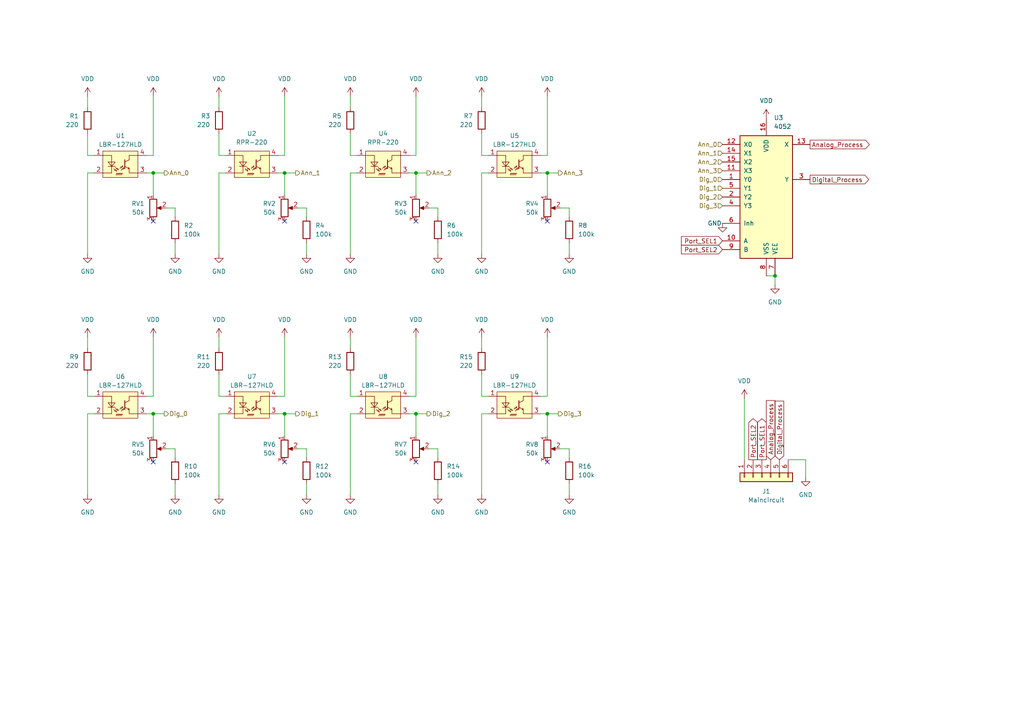
<source format=kicad_sch>
(kicad_sch (version 20230121) (generator eeschema)
  (paper "A4")
  (lib_symbols
    (symbol "4xxx:4052" (pin_names (offset 1.016))
      (property "Reference" "U" (at -7.62 19.05 0))
      (property "Value" "4052" (at -7.62 -19.05 0))
      (symbol "4052_1_0"
        (pin passive line (at -12.7 5.08 0) (length 5.08) (name "Y0") (number "1"))
        (pin input line (at -12.7 -12.7 0) (length 5.08) (name "A") (number "10"))
        (pin passive line (at -12.7 7.62 0) (length 5.08) (name "X3") (number "11"))
        (pin passive line (at -12.7 15.24 0) (length 5.08) (name "X0") (number "12"))
        (pin passive line (at 12.7 15.24 180) (length 5.08) (name "X") (number "13"))
        (pin passive line (at -12.7 12.7 0) (length 5.08) (name "X1") (number "14"))
        (pin passive line (at -12.7 10.16 0) (length 5.08) (name "X2") (number "15"))
        (pin power_in line (at 0 22.86 270) (length 5.08) (name "VDD") (number "16"))
        (pin passive line (at -12.7 0 0) (length 5.08) (name "Y2") (number "2"))
        (pin passive line (at 12.7 5.08 180) (length 5.08) (name "Y") (number "3"))
        (pin passive line (at -12.7 -2.54 0) (length 5.08) (name "Y3") (number "4"))
        (pin passive line (at -12.7 2.54 0) (length 5.08) (name "Y1") (number "5"))
        (pin input line (at -12.7 -7.62 0) (length 5.08) (name "Inh") (number "6"))
        (pin power_in line (at 2.54 -22.86 90) (length 5.08) (name "VEE") (number "7"))
        (pin power_in line (at 0 -22.86 90) (length 5.08) (name "VSS") (number "8"))
        (pin input line (at -12.7 -15.24 0) (length 5.08) (name "B") (number "9"))
      )
      (symbol "4052_1_1"
        (rectangle (start -7.62 17.78) (end 7.62 -17.78) (stroke (width 0.254)) (fill (type background)))
      )
    )
    (symbol "Connector_Generic:Conn_01x06" (pin_names (offset 1.016) hide)
      (property "Reference" "J" (at 0 7.62 0))
      (property "Value" "Conn_01x06" (at 0 -10.16 0))
      (symbol "Conn_01x06_1_1"
        (rectangle (start -1.27 -7.493) (end 0 -7.747) (stroke (width 0.1524)))
        (rectangle (start -1.27 -4.953) (end 0 -5.207) (stroke (width 0.1524)))
        (rectangle (start -1.27 -2.413) (end 0 -2.667) (stroke (width 0.1524)))
        (rectangle (start -1.27 0.127) (end 0 -0.127) (stroke (width 0.1524)))
        (rectangle (start -1.27 2.667) (end 0 2.413) (stroke (width 0.1524)))
        (rectangle (start -1.27 5.207) (end 0 4.953) (stroke (width 0.1524)))
        (rectangle (start -1.27 6.35) (end 1.27 -8.89) (stroke (width 0.254)) (fill (type background)))
        (pin passive line (at -5.08 5.08 0) (length 3.81) (name "Pin_1") (number "1"))
        (pin passive line (at -5.08 2.54 0) (length 3.81) (name "Pin_2") (number "2"))
        (pin passive line (at -5.08 0 0) (length 3.81) (name "Pin_3") (number "3"))
        (pin passive line (at -5.08 -2.54 0) (length 3.81) (name "Pin_4") (number "4"))
        (pin passive line (at -5.08 -5.08 0) (length 3.81) (name "Pin_5") (number "5"))
        (pin passive line (at -5.08 -7.62 0) (length 3.81) (name "Pin_6") (number "6"))
      )
    )
    (symbol "D4jikkenLibrary:LBR-127HLD"
      (property "Reference" "U" (at 0 5.715 0))
      (property "Value" "LBR-127HLD" (at 0 -6.35 0))
      (symbol "LBR-127HLD_1_1"
        (rectangle (start -5.08 3.81) (end 5.08 -3.81) (fill (type background)))
        (polyline (pts (xy -3.556 -0.635) (xy -1.524 -0.635)))
        (polyline (pts (xy -1.143 -2.667) (xy 0.635 -2.667)))
        (polyline (pts (xy -1.016 -2.667) (xy -1.27 -3.175)))
        (polyline (pts (xy -0.635 -2.667) (xy -0.889 -3.175)))
        (polyline (pts (xy -0.508 -3.175) (xy -0.254 -2.667)))
        (polyline (pts (xy 0.127 -2.667) (xy -0.127 -3.175)))
        (polyline (pts (xy 0.508 -2.667) (xy 0.254 -3.175)))
        (polyline (pts (xy 1.27 -0.635) (xy 2.54 -1.27)))
        (polyline (pts (xy 1.27 1.27) (xy 1.27 -1.27)) (stroke (width 0.25)))
        (polyline (pts (xy 2.54 1.27) (xy 1.27 0.635)))
        (polyline (pts (xy -5.08 -2.54) (xy -2.54 -2.54) (xy -2.54 -0.635)))
        (polyline (pts (xy -2.54 -0.635) (xy -2.54 2.54) (xy -5.08 2.54)))
        (polyline (pts (xy -1.397 -1.905) (xy -1.143 -2.032) (xy -1.143 -1.778)))
        (polyline (pts (xy -0.889 -1.524) (xy -0.635 -1.651) (xy -0.635 -1.397)))
        (polyline (pts (xy 0.381 -0.635) (xy 0.635 -0.508) (xy 0.635 -0.762)))
        (polyline (pts (xy 0.762 -1.143) (xy 1.016 -1.016) (xy 1.016 -1.27)))
        (polyline (pts (xy 2.413 -0.889) (xy 2.54 -1.27) (xy 2.159 -1.397)))
        (polyline (pts (xy 2.54 1.27) (xy 2.54 2.54) (xy 5.08 2.54)))
        (polyline (pts (xy 5.08 -2.54) (xy 2.54 -2.54) (xy 2.54 -1.27)))
        (polyline (pts (xy -3.556 0.635) (xy -1.524 0.635) (xy -2.54 -0.635) (xy -3.556 0.635)))
        (polyline (pts (xy -1.905 -1.27) (xy -1.651 -1.778) (xy -1.397 -1.524) (xy -1.143 -2.032)))
        (polyline (pts (xy -1.397 -0.889) (xy -1.143 -1.397) (xy -0.889 -1.143) (xy -0.635 -1.651)))
        (polyline (pts (xy -0.127 -1.27) (xy 0.127 -0.762) (xy 0.381 -1.016) (xy 0.635 -0.508)))
        (polyline (pts (xy 0.254 -1.778) (xy 0.508 -1.27) (xy 0.762 -1.524) (xy 1.016 -1.016)))
        (pin input line (at -7.62 2.54 0) (length 2.54) (name "") (number "1"))
        (pin input line (at -7.62 -2.54 0) (length 2.54) (name "") (number "2"))
        (pin input line (at 7.62 -2.54 180) (length 2.54) (name "") (number "3"))
        (pin input line (at 7.62 2.54 180) (length 2.54) (name "") (number "4"))
      )
    )
    (symbol "D4jikkenLibrary:RPR-220"
      (property "Reference" "U" (at 0 5.715 0))
      (property "Value" "RPR-220" (at 0 -6.35 0))
      (symbol "RPR-220_1_1"
        (rectangle (start -5.08 3.81) (end 5.08 -3.81) (fill (type background)))
        (polyline (pts (xy -3.556 -0.635) (xy -1.524 -0.635)))
        (polyline (pts (xy -1.143 -2.667) (xy 0.635 -2.667)))
        (polyline (pts (xy -1.016 -2.667) (xy -1.27 -3.175)))
        (polyline (pts (xy -0.635 -2.667) (xy -0.889 -3.175)))
        (polyline (pts (xy -0.508 -3.175) (xy -0.254 -2.667)))
        (polyline (pts (xy 0.127 -2.667) (xy -0.127 -3.175)))
        (polyline (pts (xy 0.508 -2.667) (xy 0.254 -3.175)))
        (polyline (pts (xy 1.27 -0.635) (xy 2.54 -1.27)))
        (polyline (pts (xy 1.27 1.27) (xy 1.27 -1.27)) (stroke (width 0.25)))
        (polyline (pts (xy 2.54 1.27) (xy 1.27 0.635)))
        (polyline (pts (xy -5.08 -2.54) (xy -2.54 -2.54) (xy -2.54 -0.635)))
        (polyline (pts (xy -2.54 -0.635) (xy -2.54 2.54) (xy -5.08 2.54)))
        (polyline (pts (xy -1.397 -1.905) (xy -1.143 -2.032) (xy -1.143 -1.778)))
        (polyline (pts (xy -0.889 -1.524) (xy -0.635 -1.651) (xy -0.635 -1.397)))
        (polyline (pts (xy 0.381 -0.635) (xy 0.635 -0.508) (xy 0.635 -0.762)))
        (polyline (pts (xy 0.762 -1.143) (xy 1.016 -1.016) (xy 1.016 -1.27)))
        (polyline (pts (xy 2.413 -0.889) (xy 2.54 -1.27) (xy 2.159 -1.397)))
        (polyline (pts (xy 2.54 1.27) (xy 2.54 2.54) (xy 5.08 2.54)))
        (polyline (pts (xy 5.08 -2.54) (xy 2.54 -2.54) (xy 2.54 -1.27)))
        (polyline (pts (xy -3.556 0.635) (xy -1.524 0.635) (xy -2.54 -0.635) (xy -3.556 0.635)))
        (polyline (pts (xy -1.905 -1.27) (xy -1.651 -1.778) (xy -1.397 -1.524) (xy -1.143 -2.032)))
        (polyline (pts (xy -1.397 -0.889) (xy -1.143 -1.397) (xy -0.889 -1.143) (xy -0.635 -1.651)))
        (polyline (pts (xy -0.127 -1.27) (xy 0.127 -0.762) (xy 0.381 -1.016) (xy 0.635 -0.508)))
        (polyline (pts (xy 0.254 -1.778) (xy 0.508 -1.27) (xy 0.762 -1.524) (xy 1.016 -1.016)))
        (pin input line (at -7.62 2.54 0) (length 2.54) (name "") (number "1"))
        (pin input line (at -7.62 -2.54 0) (length 2.54) (name "") (number "2"))
        (pin input line (at 7.62 -2.54 180) (length 2.54) (name "") (number "3"))
        (pin input line (at 7.62 2.54 180) (length 2.54) (name "") (number "4"))
      )
    )
    (symbol "Device:R" (pin_numbers hide) (pin_names (offset 0))
      (property "Reference" "R" (at 2.032 0 90))
      (property "Value" "R" (at 0 0 90))
      (symbol "R_0_1"
        (rectangle (start -1.016 -2.54) (end 1.016 2.54) (stroke (width 0.254)))
      )
      (symbol "R_1_1"
        (pin passive line (at 0 3.81 270) (length 1.27) (name "~") (number "1"))
        (pin passive line (at 0 -3.81 90) (length 1.27) (name "~") (number "2"))
      )
    )
    (symbol "Device:R_Potentiometer" (pin_names (offset 1.016) hide)
      (property "Reference" "RV" (at -4.445 0 90))
      (property "Value" "R_Potentiometer" (at -2.54 0 90))
      (symbol "R_Potentiometer_0_1"
        (polyline (pts (xy 2.54 0) (xy 1.524 0)))
        (polyline (pts (xy 1.143 0) (xy 2.286 0.508) (xy 2.286 -0.508) (xy 1.143 0)) (fill (type outline)))
        (rectangle (start 1.016 2.54) (end -1.016 -2.54) (stroke (width 0.254)))
      )
      (symbol "R_Potentiometer_1_1"
        (pin passive line (at 0 3.81 270) (length 1.27) (name "1") (number "1"))
        (pin passive line (at 3.81 0 180) (length 1.27) (name "2") (number "2"))
        (pin passive line (at 0 -3.81 90) (length 1.27) (name "3") (number "3"))
      )
    )
    (symbol "power:GND" (power) (pin_names (offset 0))
      (property "Value" "GND" (at 0 -3.81 0))
      (symbol "GND_0_1"
        (polyline (pts (xy 0 0) (xy 0 -1.27) (xy 1.27 -1.27) (xy 0 -2.54) (xy -1.27 -1.27) (xy 0 -1.27)))
      )
      (symbol "GND_1_1"
        (pin power_in line (at 0 0 270) (length 0) hide (name "GND") (number "1"))
      )
    )
    (symbol "power:VDD" (power) (pin_names (offset 0))
      (property "Value" "VDD" (at 0 3.81 0))
      (symbol "VDD_0_1"
        (polyline (pts (xy -0.762 1.27) (xy 0 2.54)))
        (polyline (pts (xy 0 0) (xy 0 2.54)))
        (polyline (pts (xy 0 2.54) (xy 0.762 1.27)))
      )
      (symbol "VDD_1_1"
        (pin power_in line (at 0 0 90) (length 0) hide (name "VDD") (number "1"))
      )
    )
  )
  (junction (at 44.45 120.015))
  (junction (at 224.79 80.01))
  (junction (at 158.75 50.165))
  (junction (at 158.75 120.015))
  (junction (at 120.65 50.165))
  (junction (at 82.55 120.015))
  (junction (at 44.45 50.165))
  (junction (at 82.55 50.165))
  (junction (at 120.65 120.015))
  (no_connect (at 158.75 133.985))
  (no_connect (at 120.65 64.135))
  (no_connect (at 120.65 133.985))
  (no_connect (at 82.55 133.985))
  (no_connect (at 82.55 64.135))
  (no_connect (at 44.45 133.985))
  (no_connect (at 44.45 64.135))
  (no_connect (at 158.75 64.135))
  (wire (pts (xy 82.55 97.79) (xy 82.55 114.935)))
  (wire (pts (xy 82.55 120.015) (xy 82.55 126.365)))
  (wire (pts (xy 44.45 120.015) (xy 44.45 126.365)))
  (wire (pts (xy 25.4 27.94) (xy 25.4 31.115)))
  (wire (pts (xy 85.725 50.165) (xy 82.55 50.165)))
  (wire (pts (xy 127 70.485) (xy 127 73.66)))
  (wire (pts (xy 156.845 114.935) (xy 158.75 114.935)))
  (wire (pts (xy 224.79 82.55) (xy 224.79 80.01)))
  (wire (pts (xy 27.305 114.935) (xy 25.4 114.935)))
  (wire (pts (xy 165.1 60.325) (xy 165.1 62.865)))
  (wire (pts (xy 88.9 140.335) (xy 88.9 143.51)))
  (wire (pts (xy 118.745 114.935) (xy 120.65 114.935)))
  (wire (pts (xy 127 60.325) (xy 127 62.865)))
  (wire (pts (xy 27.305 50.165) (xy 25.4 50.165)))
  (wire (pts (xy 127 140.335) (xy 127 143.51)))
  (wire (pts (xy 158.75 120.015) (xy 158.75 126.365)))
  (wire (pts (xy 161.925 120.015) (xy 158.75 120.015)))
  (wire (pts (xy 141.605 50.165) (xy 139.7 50.165)))
  (wire (pts (xy 222.25 80.01) (xy 224.79 80.01)))
  (wire (pts (xy 25.4 120.015) (xy 25.4 143.51)))
  (wire (pts (xy 124.46 60.325) (xy 127 60.325)))
  (wire (pts (xy 215.9 115.57) (xy 215.9 133.35)))
  (wire (pts (xy 233.68 133.35) (xy 228.6 133.35)))
  (wire (pts (xy 65.405 50.165) (xy 63.5 50.165)))
  (wire (pts (xy 65.405 45.085) (xy 63.5 45.085)))
  (wire (pts (xy 162.56 130.175) (xy 165.1 130.175)))
  (wire (pts (xy 50.8 140.335) (xy 50.8 143.51)))
  (wire (pts (xy 158.75 120.015) (xy 156.845 120.015)))
  (wire (pts (xy 44.45 120.015) (xy 42.545 120.015)))
  (wire (pts (xy 80.645 45.085) (xy 82.55 45.085)))
  (wire (pts (xy 80.645 114.935) (xy 82.55 114.935)))
  (wire (pts (xy 103.505 50.165) (xy 101.6 50.165)))
  (wire (pts (xy 103.505 114.935) (xy 101.6 114.935)))
  (wire (pts (xy 141.605 114.935) (xy 139.7 114.935)))
  (wire (pts (xy 120.65 50.165) (xy 118.745 50.165)))
  (wire (pts (xy 25.4 45.085) (xy 25.4 38.735)))
  (wire (pts (xy 88.9 70.485) (xy 88.9 73.66)))
  (wire (pts (xy 139.7 97.79) (xy 139.7 100.965)))
  (wire (pts (xy 63.5 114.935) (xy 63.5 108.585)))
  (wire (pts (xy 63.5 120.015) (xy 63.5 143.51)))
  (wire (pts (xy 63.5 97.79) (xy 63.5 100.965)))
  (wire (pts (xy 82.55 27.94) (xy 82.55 45.085)))
  (wire (pts (xy 101.6 45.085) (xy 101.6 38.735)))
  (wire (pts (xy 42.545 45.085) (xy 44.45 45.085)))
  (wire (pts (xy 139.7 50.165) (xy 139.7 73.66)))
  (wire (pts (xy 165.1 130.175) (xy 165.1 132.715)))
  (wire (pts (xy 158.75 50.165) (xy 158.75 56.515)))
  (wire (pts (xy 42.545 114.935) (xy 44.45 114.935)))
  (wire (pts (xy 101.6 114.935) (xy 101.6 108.585)))
  (wire (pts (xy 120.65 97.79) (xy 120.65 114.935)))
  (wire (pts (xy 44.45 97.79) (xy 44.45 114.935)))
  (wire (pts (xy 44.45 50.165) (xy 42.545 50.165)))
  (wire (pts (xy 158.75 27.94) (xy 158.75 45.085)))
  (wire (pts (xy 44.45 27.94) (xy 44.45 45.085)))
  (wire (pts (xy 120.65 120.015) (xy 118.745 120.015)))
  (wire (pts (xy 25.4 97.79) (xy 25.4 100.965)))
  (wire (pts (xy 85.725 120.015) (xy 82.55 120.015)))
  (wire (pts (xy 101.6 27.94) (xy 101.6 31.115)))
  (wire (pts (xy 161.925 50.165) (xy 158.75 50.165)))
  (wire (pts (xy 158.75 97.79) (xy 158.75 114.935)))
  (wire (pts (xy 127 130.175) (xy 127 132.715)))
  (wire (pts (xy 124.46 130.175) (xy 127 130.175)))
  (wire (pts (xy 120.65 50.165) (xy 120.65 56.515)))
  (wire (pts (xy 101.6 50.165) (xy 101.6 73.66)))
  (wire (pts (xy 165.1 70.485) (xy 165.1 73.66)))
  (wire (pts (xy 120.65 27.94) (xy 120.65 45.085)))
  (wire (pts (xy 165.1 140.335) (xy 165.1 143.51)))
  (wire (pts (xy 86.36 60.325) (xy 88.9 60.325)))
  (wire (pts (xy 139.7 27.94) (xy 139.7 31.115)))
  (wire (pts (xy 118.745 45.085) (xy 120.65 45.085)))
  (wire (pts (xy 25.4 114.935) (xy 25.4 108.585)))
  (wire (pts (xy 48.26 130.175) (xy 50.8 130.175)))
  (wire (pts (xy 44.45 50.165) (xy 44.45 56.515)))
  (wire (pts (xy 48.26 60.325) (xy 50.8 60.325)))
  (wire (pts (xy 65.405 114.935) (xy 63.5 114.935)))
  (wire (pts (xy 123.825 50.165) (xy 120.65 50.165)))
  (wire (pts (xy 233.68 138.43) (xy 233.68 133.35)))
  (wire (pts (xy 63.5 50.165) (xy 63.5 73.66)))
  (wire (pts (xy 47.625 120.015) (xy 44.45 120.015)))
  (wire (pts (xy 141.605 120.015) (xy 139.7 120.015)))
  (wire (pts (xy 103.505 120.015) (xy 101.6 120.015)))
  (wire (pts (xy 25.4 50.165) (xy 25.4 73.66)))
  (wire (pts (xy 158.75 50.165) (xy 156.845 50.165)))
  (wire (pts (xy 88.9 60.325) (xy 88.9 62.865)))
  (wire (pts (xy 65.405 120.015) (xy 63.5 120.015)))
  (wire (pts (xy 82.55 120.015) (xy 80.645 120.015)))
  (wire (pts (xy 50.8 130.175) (xy 50.8 132.715)))
  (wire (pts (xy 50.8 70.485) (xy 50.8 73.66)))
  (wire (pts (xy 103.505 45.085) (xy 101.6 45.085)))
  (wire (pts (xy 139.7 114.935) (xy 139.7 108.585)))
  (wire (pts (xy 101.6 120.015) (xy 101.6 143.51)))
  (wire (pts (xy 120.65 120.015) (xy 120.65 126.365)))
  (wire (pts (xy 27.305 45.085) (xy 25.4 45.085)))
  (wire (pts (xy 123.825 120.015) (xy 120.65 120.015)))
  (wire (pts (xy 82.55 50.165) (xy 80.645 50.165)))
  (wire (pts (xy 162.56 60.325) (xy 165.1 60.325)))
  (wire (pts (xy 27.305 120.015) (xy 25.4 120.015)))
  (wire (pts (xy 101.6 97.79) (xy 101.6 100.965)))
  (wire (pts (xy 139.7 120.015) (xy 139.7 143.51)))
  (wire (pts (xy 139.7 45.085) (xy 139.7 38.735)))
  (wire (pts (xy 141.605 45.085) (xy 139.7 45.085)))
  (wire (pts (xy 47.625 50.165) (xy 44.45 50.165)))
  (wire (pts (xy 82.55 50.165) (xy 82.55 56.515)))
  (wire (pts (xy 86.36 130.175) (xy 88.9 130.175)))
  (wire (pts (xy 50.8 60.325) (xy 50.8 62.865)))
  (wire (pts (xy 63.5 45.085) (xy 63.5 38.735)))
  (wire (pts (xy 63.5 27.94) (xy 63.5 31.115)))
  (wire (pts (xy 156.845 45.085) (xy 158.75 45.085)))
  (wire (pts (xy 88.9 130.175) (xy 88.9 132.715)))
  (global_label "Port_SEL2" (shape input) (at 209.55 72.39 180) (property "Intersheetrefs" "${INTERSHEET_REFS}" (effects hide)))
  (global_label "Analog_Process" (shape input) (at 223.52 133.35 90) (property "Intersheetrefs" "${INTERSHEET_REFS}" (effects hide)))
  (global_label "Port_SEL1" (shape input) (at 209.55 69.85 180) (property "Intersheetrefs" "${INTERSHEET_REFS}" (effects hide)))
  (global_label "Analog_Process" (shape output) (at 234.95 41.91 0) (property "Intersheetrefs" "${INTERSHEET_REFS}" (effects hide)))
  (global_label "Port_SEL1" (shape output) (at 220.98 133.35 90) (property "Intersheetrefs" "${INTERSHEET_REFS}" (effects hide)))
  (global_label "Digital_Process" (shape output) (at 234.95 52.07 0) (property "Intersheetrefs" "${INTERSHEET_REFS}" (effects hide)))
  (global_label "Port_SEL2" (shape output) (at 218.44 133.35 90) (property "Intersheetrefs" "${INTERSHEET_REFS}" (effects hide)))
  (global_label "Digital_Process" (shape input) (at 226.06 133.35 90) (property "Intersheetrefs" "${INTERSHEET_REFS}" (effects hide)))
  (hierarchical_label "Ann_1" (shape output) (at 85.725 50.165 0))
  (hierarchical_label "Dig_2" (shape input) (at 209.55 57.15 180))
  (hierarchical_label "Ann_0" (shape output) (at 47.625 50.165 0))
  (hierarchical_label "Dig_0" (shape output) (at 47.625 120.015 0))
  (hierarchical_label "Dig_2" (shape output) (at 123.825 120.015 0))
  (hierarchical_label "Ann_2" (shape input) (at 209.55 46.99 180))
  (hierarchical_label "Ann_2" (shape output) (at 123.825 50.165 0))
  (hierarchical_label "Dig_3" (shape input) (at 209.55 59.69 180))
  (hierarchical_label "Ann_3" (shape output) (at 161.925 50.165 0))
  (hierarchical_label "Ann_3" (shape input) (at 209.55 49.53 180))
  (hierarchical_label "Dig_3" (shape output) (at 161.925 120.015 0))
  (hierarchical_label "Dig_0" (shape input) (at 209.55 52.07 180))
  (hierarchical_label "Ann_1" (shape input) (at 209.55 44.45 180))
  (hierarchical_label "Ann_0" (shape input) (at 209.55 41.91 180))
  (hierarchical_label "Dig_1" (shape output) (at 85.725 120.015 0))
  (hierarchical_label "Dig_1" (shape input) (at 209.55 54.61 180))
  (symbol (lib_id "power:VDD") (at 44.45 97.79 0) (unit 1)
    (property "Reference" "#PWR024" (effects hide))
    (property "Value" "VDD" (at 44.45 92.71 0))
  )
  (symbol (lib_id "D4jikkenLibrary:LBR-127HLD") (at 34.925 117.475 0) (unit 1)
    (property "Reference" "U6" (at 34.925 109.22 0))
    (property "Value" "LBR-127HLD" (at 34.925 111.76 0))
    (property "Footprint" "D4jikkenLibrary:LBR-127HLD" (effects hide))
  )
  (symbol (lib_id "power:VDD") (at 101.6 27.94 0) (unit 1)
    (property "Reference" "#PWR014" (effects hide))
    (property "Value" "VDD" (at 101.6 22.86 0))
  )
  (symbol (lib_id "D4jikkenLibrary:RPR-220") (at 111.125 47.625 0) (unit 1)
    (property "Reference" "U4" (at 111.125 38.735 0))
    (property "Value" "RPR-220" (at 111.125 41.275 0))
    (property "Footprint" "D4jikkenLibrary:RPR-220" (effects hide))
  )
  (symbol (lib_id "power:VDD") (at 139.7 27.94 0) (unit 1)
    (property "Reference" "#PWR018" (effects hide))
    (property "Value" "VDD" (at 139.7 22.86 0))
  )
  (symbol (lib_id "Device:R") (at 25.4 104.775 0) (unit 1)
    (property "Reference" "R9" (at 22.86 103.505 0) (effects (justify right)))
    (property "Value" "220" (at 22.86 106.045 0) (effects (justify right)))
    (property "Footprint" "Resistor_THT:R_Axial_DIN0207_L6.3mm_D2.5mm_P7.62mm_Horizontal" (effects hide))
  )
  (symbol (lib_id "power:GND") (at 224.79 82.55 0) (mirror y) (unit 1)
    (property "Reference" "#PWR013" (effects hide))
    (property "Value" "GND" (at 224.79 87.63 0))
  )
  (symbol (lib_id "power:GND") (at 233.68 138.43 0) (unit 1)
    (property "Reference" "#PWR05" (effects hide))
    (property "Value" "GND" (at 233.68 143.51 0))
  )
  (symbol (lib_id "power:VDD") (at 25.4 97.79 0) (unit 1)
    (property "Reference" "#PWR022" (effects hide))
    (property "Value" "VDD" (at 25.4 92.71 0))
  )
  (symbol (lib_id "power:GND") (at 88.9 73.66 0) (unit 1)
    (property "Reference" "#PWR011" (effects hide))
    (property "Value" "GND" (at 88.9 78.74 0))
  )
  (symbol (lib_id "power:GND") (at 209.55 64.77 0) (unit 1)
    (property "Reference" "#PWR010" (effects hide))
    (property "Value" "GND" (at 207.264 64.77 0))
  )
  (symbol (lib_id "Device:R_Potentiometer") (at 158.75 130.175 0) (unit 1)
    (property "Reference" "RV8" (at 156.21 128.905 0) (effects (justify right)))
    (property "Value" "50k" (at 156.21 131.445 0) (effects (justify right)))
    (property "Footprint" "Potentiometer_THT:Potentiometer_ACP_CA9-H2,5_Horizontal" (effects hide))
  )
  (symbol (lib_id "D4jikkenLibrary:LBR-127HLD") (at 34.925 47.625 0) (unit 1)
    (property "Reference" "U1" (at 34.925 39.37 0))
    (property "Value" "LBR-127HLD" (at 34.925 41.91 0))
    (property "Footprint" "D4jikkenLibrary:LBR-127HLD" (effects hide))
  )
  (symbol (lib_id "power:GND") (at 25.4 143.51 0) (unit 1)
    (property "Reference" "#PWR023" (effects hide))
    (property "Value" "GND" (at 25.4 148.59 0))
  )
  (symbol (lib_id "Device:R") (at 25.4 34.925 0) (unit 1)
    (property "Reference" "R1" (at 22.86 33.655 0) (effects (justify right)))
    (property "Value" "220" (at 22.86 36.195 0) (effects (justify right)))
    (property "Footprint" "Resistor_THT:R_Axial_DIN0207_L6.3mm_D2.5mm_P7.62mm_Horizontal" (effects hide))
  )
  (symbol (lib_id "power:VDD") (at 120.65 27.94 0) (unit 1)
    (property "Reference" "#PWR016" (effects hide))
    (property "Value" "VDD" (at 120.65 22.86 0))
  )
  (symbol (lib_id "Device:R") (at 88.9 136.525 0) (unit 1)
    (property "Reference" "R12" (at 91.44 135.255 0) (effects (justify left)))
    (property "Value" "100k" (at 91.44 137.795 0) (effects (justify left)))
    (property "Footprint" "Resistor_THT:R_Axial_DIN0207_L6.3mm_D2.5mm_P7.62mm_Horizontal" (effects hide))
  )
  (symbol (lib_id "power:VDD") (at 44.45 27.94 0) (unit 1)
    (property "Reference" "#PWR04" (effects hide))
    (property "Value" "VDD" (at 44.45 22.86 0))
  )
  (symbol (lib_id "Device:R") (at 127 136.525 0) (unit 1)
    (property "Reference" "R14" (at 129.54 135.255 0) (effects (justify left)))
    (property "Value" "100k" (at 129.54 137.795 0) (effects (justify left)))
    (property "Footprint" "Resistor_THT:R_Axial_DIN0207_L6.3mm_D2.5mm_P7.62mm_Horizontal" (effects hide))
  )
  (symbol (lib_id "Device:R") (at 139.7 34.925 0) (unit 1)
    (property "Reference" "R7" (at 137.16 33.655 0) (effects (justify right)))
    (property "Value" "220" (at 137.16 36.195 0) (effects (justify right)))
    (property "Footprint" "Resistor_THT:R_Axial_DIN0207_L6.3mm_D2.5mm_P7.62mm_Horizontal" (effects hide))
  )
  (symbol (lib_id "power:VDD") (at 158.75 27.94 0) (unit 1)
    (property "Reference" "#PWR020" (effects hide))
    (property "Value" "VDD" (at 158.75 22.86 0))
  )
  (symbol (lib_id "power:VDD") (at 120.65 97.79 0) (unit 1)
    (property "Reference" "#PWR032" (effects hide))
    (property "Value" "VDD" (at 120.65 92.71 0))
  )
  (symbol (lib_id "D4jikkenLibrary:LBR-127HLD") (at 73.025 117.475 0) (unit 1)
    (property "Reference" "U7" (at 73.025 109.22 0))
    (property "Value" "LBR-127HLD" (at 73.025 111.76 0))
    (property "Footprint" "D4jikkenLibrary:LBR-127HLD" (effects hide))
  )
  (symbol (lib_id "power:VDD") (at 222.25 34.29 0) (unit 1)
    (property "Reference" "#PWR012" (effects hide))
    (property "Value" "VDD" (at 222.25 29.21 0))
  )
  (symbol (lib_id "Device:R") (at 127 66.675 0) (unit 1)
    (property "Reference" "R6" (at 129.54 65.405 0) (effects (justify left)))
    (property "Value" "100k" (at 129.54 67.945 0) (effects (justify left)))
    (property "Footprint" "Resistor_THT:R_Axial_DIN0207_L6.3mm_D2.5mm_P7.62mm_Horizontal" (effects hide))
  )
  (symbol (lib_id "power:VDD") (at 215.9 115.57 0) (unit 1)
    (property "Reference" "#PWR03" (effects hide))
    (property "Value" "VDD" (at 215.9 110.49 0))
  )
  (symbol (lib_id "Device:R") (at 101.6 34.925 0) (unit 1)
    (property "Reference" "R5" (at 99.06 33.655 0) (effects (justify right)))
    (property "Value" "220" (at 99.06 36.195 0) (effects (justify right)))
    (property "Footprint" "Resistor_THT:R_Axial_DIN0207_L6.3mm_D2.5mm_P7.62mm_Horizontal" (effects hide))
  )
  (symbol (lib_id "power:VDD") (at 139.7 97.79 0) (unit 1)
    (property "Reference" "#PWR034" (effects hide))
    (property "Value" "VDD" (at 139.7 92.71 0))
  )
  (symbol (lib_id "Device:R") (at 165.1 136.525 0) (unit 1)
    (property "Reference" "R16" (at 167.64 135.255 0) (effects (justify left)))
    (property "Value" "100k" (at 167.64 137.795 0) (effects (justify left)))
    (property "Footprint" "Resistor_THT:R_Axial_DIN0207_L6.3mm_D2.5mm_P7.62mm_Horizontal" (effects hide))
  )
  (symbol (lib_id "power:VDD") (at 158.75 97.79 0) (unit 1)
    (property "Reference" "#PWR036" (effects hide))
    (property "Value" "VDD" (at 158.75 92.71 0))
  )
  (symbol (lib_id "power:GND") (at 50.8 73.66 0) (unit 1)
    (property "Reference" "#PWR06" (effects hide))
    (property "Value" "GND" (at 50.8 78.74 0))
  )
  (symbol (lib_id "Device:R_Potentiometer") (at 82.55 130.175 0) (unit 1)
    (property "Reference" "RV6" (at 80.01 128.905 0) (effects (justify right)))
    (property "Value" "50k" (at 80.01 131.445 0) (effects (justify right)))
    (property "Footprint" "Potentiometer_THT:Potentiometer_ACP_CA9-H2,5_Horizontal" (effects hide))
  )
  (symbol (lib_id "power:VDD") (at 25.4 27.94 0) (unit 1)
    (property "Reference" "#PWR01" (effects hide))
    (property "Value" "VDD" (at 25.4 22.86 0))
  )
  (symbol (lib_id "D4jikkenLibrary:LBR-127HLD") (at 111.125 117.475 0) (unit 1)
    (property "Reference" "U8" (at 111.125 109.22 0))
    (property "Value" "LBR-127HLD" (at 111.125 111.76 0))
    (property "Footprint" "D4jikkenLibrary:LBR-127HLD" (effects hide))
  )
  (symbol (lib_id "Device:R_Potentiometer") (at 120.65 130.175 0) (unit 1)
    (property "Reference" "RV7" (at 118.11 128.905 0) (effects (justify right)))
    (property "Value" "50k" (at 118.11 131.445 0) (effects (justify right)))
    (property "Footprint" "Potentiometer_THT:Potentiometer_ACP_CA9-H2,5_Horizontal" (effects hide))
  )
  (symbol (lib_id "Device:R_Potentiometer") (at 82.55 60.325 0) (unit 1)
    (property "Reference" "RV2" (at 80.01 59.055 0) (effects (justify right)))
    (property "Value" "50k" (at 80.01 61.595 0) (effects (justify right)))
    (property "Footprint" "Potentiometer_THT:Potentiometer_ACP_CA9-H2,5_Horizontal" (effects hide))
  )
  (symbol (lib_id "Device:R") (at 139.7 104.775 0) (unit 1)
    (property "Reference" "R15" (at 137.16 103.505 0) (effects (justify right)))
    (property "Value" "220" (at 137.16 106.045 0) (effects (justify right)))
    (property "Footprint" "Resistor_THT:R_Axial_DIN0207_L6.3mm_D2.5mm_P7.62mm_Horizontal" (effects hide))
  )
  (symbol (lib_id "4xxx:4052") (at 222.25 57.15 0) (unit 1)
    (property "Reference" "U3" (at 224.4441 34.163 0) (effects (justify left)))
    (property "Value" "4052" (at 224.4441 36.703 0) (effects (justify left)))
    (property "Footprint" "Package_DIP:DIP-16_W7.62mm_LongPads" (effects hide))
    (property "Datasheet" "http://www.intersil.com/content/dam/Intersil/documents/cd40/cd4051bms-52bms-53bms.pdf" (effects hide))
  )
  (symbol (lib_id "Device:R") (at 50.8 136.525 0) (unit 1)
    (property "Reference" "R10" (at 53.34 135.255 0) (effects (justify left)))
    (property "Value" "100k" (at 53.34 137.795 0) (effects (justify left)))
    (property "Footprint" "Resistor_THT:R_Axial_DIN0207_L6.3mm_D2.5mm_P7.62mm_Horizontal" (effects hide))
  )
  (symbol (lib_id "D4jikkenLibrary:LBR-127HLD") (at 149.225 47.625 0) (unit 1)
    (property "Reference" "U5" (at 149.225 39.37 0))
    (property "Value" "LBR-127HLD" (at 149.225 41.91 0))
    (property "Footprint" "D4jikkenLibrary:LBR-127HLD" (effects hide))
  )
  (symbol (lib_id "Device:R") (at 50.8 66.675 0) (unit 1)
    (property "Reference" "R2" (at 53.34 65.405 0) (effects (justify left)))
    (property "Value" "100k" (at 53.34 67.945 0) (effects (justify left)))
    (property "Footprint" "Resistor_THT:R_Axial_DIN0207_L6.3mm_D2.5mm_P7.62mm_Horizontal" (effects hide))
  )
  (symbol (lib_id "power:GND") (at 127 73.66 0) (unit 1)
    (property "Reference" "#PWR017" (effects hide))
    (property "Value" "GND" (at 127 78.74 0))
  )
  (symbol (lib_id "power:GND") (at 165.1 143.51 0) (unit 1)
    (property "Reference" "#PWR037" (effects hide))
    (property "Value" "GND" (at 165.1 148.59 0))
  )
  (symbol (lib_id "power:VDD") (at 101.6 97.79 0) (unit 1)
    (property "Reference" "#PWR030" (effects hide))
    (property "Value" "VDD" (at 101.6 92.71 0))
  )
  (symbol (lib_id "power:GND") (at 101.6 143.51 0) (unit 1)
    (property "Reference" "#PWR031" (effects hide))
    (property "Value" "GND" (at 101.6 148.59 0))
  )
  (symbol (lib_id "power:GND") (at 165.1 73.66 0) (unit 1)
    (property "Reference" "#PWR021" (effects hide))
    (property "Value" "GND" (at 165.1 78.74 0))
  )
  (symbol (lib_id "power:VDD") (at 82.55 97.79 0) (unit 1)
    (property "Reference" "#PWR028" (effects hide))
    (property "Value" "VDD" (at 82.55 92.71 0))
  )
  (symbol (lib_id "Device:R_Potentiometer") (at 120.65 60.325 0) (unit 1)
    (property "Reference" "RV3" (at 118.11 59.055 0) (effects (justify right)))
    (property "Value" "50k" (at 118.11 61.595 0) (effects (justify right)))
    (property "Footprint" "Potentiometer_THT:Potentiometer_ACP_CA9-H2,5_Horizontal" (effects hide))
  )
  (symbol (lib_id "Device:R_Potentiometer") (at 44.45 130.175 0) (unit 1)
    (property "Reference" "RV5" (at 41.91 128.905 0) (effects (justify right)))
    (property "Value" "50k" (at 41.91 131.445 0) (effects (justify right)))
    (property "Footprint" "Potentiometer_THT:Potentiometer_ACP_CA9-H2,5_Horizontal" (effects hide))
  )
  (symbol (lib_id "power:GND") (at 127 143.51 0) (unit 1)
    (property "Reference" "#PWR033" (effects hide))
    (property "Value" "GND" (at 127 148.59 0))
  )
  (symbol (lib_id "Device:R_Potentiometer") (at 158.75 60.325 0) (unit 1)
    (property "Reference" "RV4" (at 156.21 59.055 0) (effects (justify right)))
    (property "Value" "50k" (at 156.21 61.595 0) (effects (justify right)))
    (property "Footprint" "Potentiometer_THT:Potentiometer_ACP_CA9-H2,5_Horizontal" (effects hide))
  )
  (symbol (lib_id "power:GND") (at 63.5 143.51 0) (unit 1)
    (property "Reference" "#PWR027" (effects hide))
    (property "Value" "GND" (at 63.5 148.59 0))
  )
  (symbol (lib_id "Device:R") (at 88.9 66.675 0) (unit 1)
    (property "Reference" "R4" (at 91.44 65.405 0) (effects (justify left)))
    (property "Value" "100k" (at 91.44 67.945 0) (effects (justify left)))
    (property "Footprint" "Resistor_THT:R_Axial_DIN0207_L6.3mm_D2.5mm_P7.62mm_Horizontal" (effects hide))
  )
  (symbol (lib_id "power:GND") (at 88.9 143.51 0) (unit 1)
    (property "Reference" "#PWR029" (effects hide))
    (property "Value" "GND" (at 88.9 148.59 0))
  )
  (symbol (lib_id "power:VDD") (at 82.55 27.94 0) (unit 1)
    (property "Reference" "#PWR09" (effects hide))
    (property "Value" "VDD" (at 82.55 22.86 0))
  )
  (symbol (lib_id "power:GND") (at 50.8 143.51 0) (unit 1)
    (property "Reference" "#PWR025" (effects hide))
    (property "Value" "GND" (at 50.8 148.59 0))
  )
  (symbol (lib_id "power:GND") (at 139.7 143.51 0) (unit 1)
    (property "Reference" "#PWR035" (effects hide))
    (property "Value" "GND" (at 139.7 148.59 0))
  )
  (symbol (lib_id "Device:R") (at 63.5 34.925 0) (unit 1)
    (property "Reference" "R3" (at 60.96 33.655 0) (effects (justify right)))
    (property "Value" "220" (at 60.96 36.195 0) (effects (justify right)))
    (property "Footprint" "Resistor_THT:R_Axial_DIN0207_L6.3mm_D2.5mm_P7.62mm_Horizontal" (effects hide))
  )
  (symbol (lib_id "Device:R") (at 63.5 104.775 0) (unit 1)
    (property "Reference" "R11" (at 60.96 103.505 0) (effects (justify right)))
    (property "Value" "220" (at 60.96 106.045 0) (effects (justify right)))
    (property "Footprint" "Resistor_THT:R_Axial_DIN0207_L6.3mm_D2.5mm_P7.62mm_Horizontal" (effects hide))
  )
  (symbol (lib_id "Device:R_Potentiometer") (at 44.45 60.325 0) (unit 1)
    (property "Reference" "RV1" (at 41.91 59.055 0) (effects (justify right)))
    (property "Value" "50k" (at 41.91 61.595 0) (effects (justify right)))
    (property "Footprint" "Potentiometer_THT:Potentiometer_ACP_CA9-H2,5_Horizontal" (effects hide))
  )
  (symbol (lib_id "power:GND") (at 25.4 73.66 0) (unit 1)
    (property "Reference" "#PWR02" (effects hide))
    (property "Value" "GND" (at 25.4 78.74 0))
  )
  (symbol (lib_id "power:GND") (at 139.7 73.66 0) (unit 1)
    (property "Reference" "#PWR019" (effects hide))
    (property "Value" "GND" (at 139.7 78.74 0))
  )
  (symbol (lib_id "power:VDD") (at 63.5 27.94 0) (unit 1)
    (property "Reference" "#PWR07" (effects hide))
    (property "Value" "VDD" (at 63.5 22.86 0))
  )
  (symbol (lib_id "D4jikkenLibrary:LBR-127HLD") (at 149.225 117.475 0) (unit 1)
    (property "Reference" "U9" (at 149.225 109.22 0))
    (property "Value" "LBR-127HLD" (at 149.225 111.76 0))
    (property "Footprint" "D4jikkenLibrary:LBR-127HLD" (effects hide))
  )
  (symbol (lib_id "Connector_Generic:Conn_01x06") (at 220.98 138.43 90) (mirror x) (unit 1)
    (property "Reference" "J1" (at 222.25 142.494 90))
    (property "Value" "Maincircuit" (at 222.25 145.034 90))
    (property "Footprint" "SamacSys:SHDR6W69P0X250_1X6_1500X490X1040P" (effects hide))
  )
  (symbol (lib_id "power:GND") (at 101.6 73.66 0) (unit 1)
    (property "Reference" "#PWR015" (effects hide))
    (property "Value" "GND" (at 101.6 78.74 0))
  )
  (symbol (lib_id "Device:R") (at 101.6 104.775 0) (unit 1)
    (property "Reference" "R13" (at 99.06 103.505 0) (effects (justify right)))
    (property "Value" "220" (at 99.06 106.045 0) (effects (justify right)))
    (property "Footprint" "Resistor_THT:R_Axial_DIN0207_L6.3mm_D2.5mm_P7.62mm_Horizontal" (effects hide))
  )
  (symbol (lib_id "D4jikkenLibrary:RPR-220") (at 73.025 47.625 0) (unit 1)
    (property "Reference" "U2" (at 73.025 38.735 0))
    (property "Value" "RPR-220" (at 73.025 41.275 0))
    (property "Footprint" "D4jikkenLibrary:RPR-220" (effects hide))
  )
  (symbol (lib_id "power:VDD") (at 63.5 97.79 0) (unit 1)
    (property "Reference" "#PWR026" (effects hide))
    (property "Value" "VDD" (at 63.5 92.71 0))
  )
  (symbol (lib_id "Device:R") (at 165.1 66.675 0) (unit 1)
    (property "Reference" "R8" (at 167.64 65.405 0) (effects (justify left)))
    (property "Value" "100k" (at 167.64 67.945 0) (effects (justify left)))
    (property "Footprint" "Resistor_THT:R_Axial_DIN0207_L6.3mm_D2.5mm_P7.62mm_Horizontal" (effects hide))
  )
  (symbol (lib_id "power:GND") (at 63.5 73.66 0) (unit 1)
    (property "Reference" "#PWR08" (effects hide))
    (property "Value" "GND" (at 63.5 78.74 0))
  )
)
</source>
